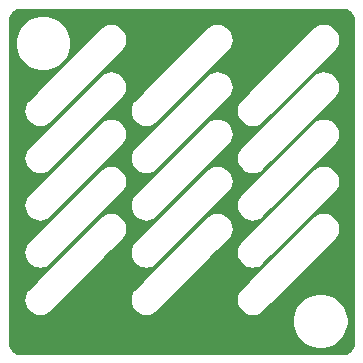
<source format=gbr>
G04 #@! TF.GenerationSoftware,KiCad,Pcbnew,5.1.0*
G04 #@! TF.CreationDate,2019-04-26T16:24:25+02:00*
G04 #@! TF.ProjectId,Dew-Sensor-Lid,4465772d-5365-46e7-936f-722d4c69642e,rev?*
G04 #@! TF.SameCoordinates,Original*
G04 #@! TF.FileFunction,Copper,L1,Top*
G04 #@! TF.FilePolarity,Positive*
%FSLAX46Y46*%
G04 Gerber Fmt 4.6, Leading zero omitted, Abs format (unit mm)*
G04 Created by KiCad (PCBNEW 5.1.0) date 2019-04-26 16:24:25*
%MOMM*%
%LPD*%
G04 APERTURE LIST*
%ADD10C,0.254000*%
G04 APERTURE END LIST*
D10*
G36*
X137897902Y-79503026D02*
G01*
X138040178Y-79545982D01*
X138171392Y-79615750D01*
X138286561Y-79709680D01*
X138381291Y-79824187D01*
X138451976Y-79954916D01*
X138495922Y-80096883D01*
X138515000Y-80278402D01*
X138515001Y-107714045D01*
X138496974Y-107897902D01*
X138454018Y-108040178D01*
X138384250Y-108171392D01*
X138290321Y-108286561D01*
X138175810Y-108381292D01*
X138045085Y-108451975D01*
X137903116Y-108495922D01*
X137721599Y-108515000D01*
X110285945Y-108515000D01*
X110102098Y-108496974D01*
X109959822Y-108454018D01*
X109828608Y-108384250D01*
X109713439Y-108290321D01*
X109618708Y-108175810D01*
X109548025Y-108045085D01*
X109504078Y-107903116D01*
X109485000Y-107721599D01*
X109485000Y-105565098D01*
X133365000Y-105565098D01*
X133365000Y-106034902D01*
X133456654Y-106495679D01*
X133636440Y-106929721D01*
X133897450Y-107320349D01*
X134229651Y-107652550D01*
X134620279Y-107913560D01*
X135054321Y-108093346D01*
X135515098Y-108185000D01*
X135984902Y-108185000D01*
X136445679Y-108093346D01*
X136879721Y-107913560D01*
X137270349Y-107652550D01*
X137602550Y-107320349D01*
X137863560Y-106929721D01*
X138043346Y-106495679D01*
X138135000Y-106034902D01*
X138135000Y-105565098D01*
X138043346Y-105104321D01*
X137863560Y-104670279D01*
X137602550Y-104279651D01*
X137270349Y-103947450D01*
X136879721Y-103686440D01*
X136445679Y-103506654D01*
X135984902Y-103415000D01*
X135515098Y-103415000D01*
X135054321Y-103506654D01*
X134620279Y-103686440D01*
X134229651Y-103947450D01*
X133897450Y-104279651D01*
X133636440Y-104670279D01*
X133456654Y-105104321D01*
X133365000Y-105565098D01*
X109485000Y-105565098D01*
X109485000Y-104005204D01*
X110603096Y-104005204D01*
X110629836Y-104276711D01*
X110709032Y-104537784D01*
X110837640Y-104778392D01*
X111010715Y-104989285D01*
X111221608Y-105162360D01*
X111462216Y-105290968D01*
X111723289Y-105370164D01*
X111994796Y-105396904D01*
X112266303Y-105370164D01*
X112527376Y-105290968D01*
X112767984Y-105162360D01*
X112926029Y-105032656D01*
X113953481Y-104005204D01*
X119603096Y-104005204D01*
X119629836Y-104276711D01*
X119709032Y-104537784D01*
X119837640Y-104778392D01*
X120010715Y-104989285D01*
X120221608Y-105162360D01*
X120462216Y-105290968D01*
X120723289Y-105370164D01*
X120994796Y-105396904D01*
X121266303Y-105370164D01*
X121527376Y-105290968D01*
X121767984Y-105162360D01*
X121926029Y-105032656D01*
X122953481Y-104005204D01*
X128603096Y-104005204D01*
X128629836Y-104276711D01*
X128709032Y-104537784D01*
X128837640Y-104778392D01*
X129010715Y-104989285D01*
X129221608Y-105162360D01*
X129462216Y-105290968D01*
X129723289Y-105370164D01*
X129994796Y-105396904D01*
X130266303Y-105370164D01*
X130527376Y-105290968D01*
X130767984Y-105162360D01*
X130926029Y-105032656D01*
X137032656Y-98926030D01*
X137162361Y-98767984D01*
X137290968Y-98527377D01*
X137370164Y-98266303D01*
X137396905Y-97994796D01*
X137370164Y-97723289D01*
X137290968Y-97462215D01*
X137162361Y-97221608D01*
X136989285Y-97010715D01*
X136778392Y-96837639D01*
X136537785Y-96709032D01*
X136276711Y-96629836D01*
X136005204Y-96603095D01*
X135733697Y-96629836D01*
X135472623Y-96709032D01*
X135232016Y-96837639D01*
X135073970Y-96967344D01*
X128967344Y-103073971D01*
X128837640Y-103232016D01*
X128709032Y-103472624D01*
X128629836Y-103733697D01*
X128603096Y-104005204D01*
X122953481Y-104005204D01*
X126953481Y-100005204D01*
X128603096Y-100005204D01*
X128629836Y-100276711D01*
X128709032Y-100537784D01*
X128837640Y-100778392D01*
X129010715Y-100989285D01*
X129221608Y-101162360D01*
X129462216Y-101290968D01*
X129723289Y-101370164D01*
X129994796Y-101396904D01*
X130266303Y-101370164D01*
X130527376Y-101290968D01*
X130767984Y-101162360D01*
X130926029Y-101032656D01*
X137032656Y-94926030D01*
X137162361Y-94767984D01*
X137290968Y-94527377D01*
X137370164Y-94266303D01*
X137396905Y-93994796D01*
X137370164Y-93723289D01*
X137290968Y-93462215D01*
X137162361Y-93221608D01*
X136989285Y-93010715D01*
X136778392Y-92837639D01*
X136537785Y-92709032D01*
X136276711Y-92629836D01*
X136005204Y-92603095D01*
X135733697Y-92629836D01*
X135472623Y-92709032D01*
X135232016Y-92837639D01*
X135073970Y-92967344D01*
X128967344Y-99073971D01*
X128837640Y-99232016D01*
X128709032Y-99472624D01*
X128629836Y-99733697D01*
X128603096Y-100005204D01*
X126953481Y-100005204D01*
X128032656Y-98926030D01*
X128162361Y-98767984D01*
X128290968Y-98527377D01*
X128370164Y-98266303D01*
X128396905Y-97994796D01*
X128370164Y-97723289D01*
X128290968Y-97462215D01*
X128162361Y-97221608D01*
X127989285Y-97010715D01*
X127778392Y-96837639D01*
X127537785Y-96709032D01*
X127276711Y-96629836D01*
X127005204Y-96603095D01*
X126733697Y-96629836D01*
X126472623Y-96709032D01*
X126232016Y-96837639D01*
X126073970Y-96967344D01*
X119967344Y-103073971D01*
X119837640Y-103232016D01*
X119709032Y-103472624D01*
X119629836Y-103733697D01*
X119603096Y-104005204D01*
X113953481Y-104005204D01*
X117953481Y-100005204D01*
X119603096Y-100005204D01*
X119629836Y-100276711D01*
X119709032Y-100537784D01*
X119837640Y-100778392D01*
X120010715Y-100989285D01*
X120221608Y-101162360D01*
X120462216Y-101290968D01*
X120723289Y-101370164D01*
X120994796Y-101396904D01*
X121266303Y-101370164D01*
X121527376Y-101290968D01*
X121767984Y-101162360D01*
X121926029Y-101032656D01*
X126953481Y-96005204D01*
X128603096Y-96005204D01*
X128629836Y-96276711D01*
X128709032Y-96537784D01*
X128837640Y-96778392D01*
X129010715Y-96989285D01*
X129221608Y-97162360D01*
X129462216Y-97290968D01*
X129723289Y-97370164D01*
X129994796Y-97396904D01*
X130266303Y-97370164D01*
X130527376Y-97290968D01*
X130767984Y-97162360D01*
X130926029Y-97032656D01*
X137032656Y-90926030D01*
X137162361Y-90767984D01*
X137290968Y-90527377D01*
X137370164Y-90266303D01*
X137396905Y-89994796D01*
X137370164Y-89723289D01*
X137290968Y-89462215D01*
X137162361Y-89221608D01*
X136989285Y-89010715D01*
X136778392Y-88837639D01*
X136537785Y-88709032D01*
X136276711Y-88629836D01*
X136005204Y-88603095D01*
X135733697Y-88629836D01*
X135472623Y-88709032D01*
X135232016Y-88837639D01*
X135073970Y-88967344D01*
X128967344Y-95073971D01*
X128837640Y-95232016D01*
X128709032Y-95472624D01*
X128629836Y-95733697D01*
X128603096Y-96005204D01*
X126953481Y-96005204D01*
X128032656Y-94926030D01*
X128162361Y-94767984D01*
X128290968Y-94527377D01*
X128370164Y-94266303D01*
X128396905Y-93994796D01*
X128370164Y-93723289D01*
X128290968Y-93462215D01*
X128162361Y-93221608D01*
X127989285Y-93010715D01*
X127778392Y-92837639D01*
X127537785Y-92709032D01*
X127276711Y-92629836D01*
X127005204Y-92603095D01*
X126733697Y-92629836D01*
X126472623Y-92709032D01*
X126232016Y-92837639D01*
X126073970Y-92967344D01*
X119967344Y-99073971D01*
X119837640Y-99232016D01*
X119709032Y-99472624D01*
X119629836Y-99733697D01*
X119603096Y-100005204D01*
X117953481Y-100005204D01*
X119032656Y-98926030D01*
X119162361Y-98767984D01*
X119290968Y-98527377D01*
X119370164Y-98266303D01*
X119396905Y-97994796D01*
X119370164Y-97723289D01*
X119290968Y-97462215D01*
X119162361Y-97221608D01*
X118989285Y-97010715D01*
X118778392Y-96837639D01*
X118537785Y-96709032D01*
X118276711Y-96629836D01*
X118005204Y-96603095D01*
X117733697Y-96629836D01*
X117472623Y-96709032D01*
X117232016Y-96837639D01*
X117073970Y-96967344D01*
X110967344Y-103073971D01*
X110837640Y-103232016D01*
X110709032Y-103472624D01*
X110629836Y-103733697D01*
X110603096Y-104005204D01*
X109485000Y-104005204D01*
X109485000Y-100005204D01*
X110603096Y-100005204D01*
X110629836Y-100276711D01*
X110709032Y-100537784D01*
X110837640Y-100778392D01*
X111010715Y-100989285D01*
X111221608Y-101162360D01*
X111462216Y-101290968D01*
X111723289Y-101370164D01*
X111994796Y-101396904D01*
X112266303Y-101370164D01*
X112527376Y-101290968D01*
X112767984Y-101162360D01*
X112926029Y-101032656D01*
X117953481Y-96005204D01*
X119603096Y-96005204D01*
X119629836Y-96276711D01*
X119709032Y-96537784D01*
X119837640Y-96778392D01*
X120010715Y-96989285D01*
X120221608Y-97162360D01*
X120462216Y-97290968D01*
X120723289Y-97370164D01*
X120994796Y-97396904D01*
X121266303Y-97370164D01*
X121527376Y-97290968D01*
X121767984Y-97162360D01*
X121926029Y-97032656D01*
X126953481Y-92005204D01*
X128603096Y-92005204D01*
X128629836Y-92276711D01*
X128709032Y-92537784D01*
X128837640Y-92778392D01*
X129010715Y-92989285D01*
X129221608Y-93162360D01*
X129462216Y-93290968D01*
X129723289Y-93370164D01*
X129994796Y-93396904D01*
X130266303Y-93370164D01*
X130527376Y-93290968D01*
X130767984Y-93162360D01*
X130926029Y-93032656D01*
X137032656Y-86926030D01*
X137162361Y-86767984D01*
X137290968Y-86527377D01*
X137370164Y-86266303D01*
X137396905Y-85994796D01*
X137370164Y-85723289D01*
X137290968Y-85462215D01*
X137162361Y-85221608D01*
X136989285Y-85010715D01*
X136778392Y-84837639D01*
X136537785Y-84709032D01*
X136276711Y-84629836D01*
X136005204Y-84603095D01*
X135733697Y-84629836D01*
X135472623Y-84709032D01*
X135232016Y-84837639D01*
X135073970Y-84967344D01*
X128967344Y-91073971D01*
X128837640Y-91232016D01*
X128709032Y-91472624D01*
X128629836Y-91733697D01*
X128603096Y-92005204D01*
X126953481Y-92005204D01*
X128032656Y-90926030D01*
X128162361Y-90767984D01*
X128290968Y-90527377D01*
X128370164Y-90266303D01*
X128396905Y-89994796D01*
X128370164Y-89723289D01*
X128290968Y-89462215D01*
X128162361Y-89221608D01*
X127989285Y-89010715D01*
X127778392Y-88837639D01*
X127537785Y-88709032D01*
X127276711Y-88629836D01*
X127005204Y-88603095D01*
X126733697Y-88629836D01*
X126472623Y-88709032D01*
X126232016Y-88837639D01*
X126073970Y-88967344D01*
X119967344Y-95073971D01*
X119837640Y-95232016D01*
X119709032Y-95472624D01*
X119629836Y-95733697D01*
X119603096Y-96005204D01*
X117953481Y-96005204D01*
X119032656Y-94926030D01*
X119162361Y-94767984D01*
X119290968Y-94527377D01*
X119370164Y-94266303D01*
X119396905Y-93994796D01*
X119370164Y-93723289D01*
X119290968Y-93462215D01*
X119162361Y-93221608D01*
X118989285Y-93010715D01*
X118778392Y-92837639D01*
X118537785Y-92709032D01*
X118276711Y-92629836D01*
X118005204Y-92603095D01*
X117733697Y-92629836D01*
X117472623Y-92709032D01*
X117232016Y-92837639D01*
X117073970Y-92967344D01*
X110967344Y-99073971D01*
X110837640Y-99232016D01*
X110709032Y-99472624D01*
X110629836Y-99733697D01*
X110603096Y-100005204D01*
X109485000Y-100005204D01*
X109485000Y-96005204D01*
X110603096Y-96005204D01*
X110629836Y-96276711D01*
X110709032Y-96537784D01*
X110837640Y-96778392D01*
X111010715Y-96989285D01*
X111221608Y-97162360D01*
X111462216Y-97290968D01*
X111723289Y-97370164D01*
X111994796Y-97396904D01*
X112266303Y-97370164D01*
X112527376Y-97290968D01*
X112767984Y-97162360D01*
X112926029Y-97032656D01*
X117953481Y-92005204D01*
X119603096Y-92005204D01*
X119629836Y-92276711D01*
X119709032Y-92537784D01*
X119837640Y-92778392D01*
X120010715Y-92989285D01*
X120221608Y-93162360D01*
X120462216Y-93290968D01*
X120723289Y-93370164D01*
X120994796Y-93396904D01*
X121266303Y-93370164D01*
X121527376Y-93290968D01*
X121767984Y-93162360D01*
X121926029Y-93032656D01*
X126953481Y-88005204D01*
X128603096Y-88005204D01*
X128629836Y-88276711D01*
X128709032Y-88537784D01*
X128837640Y-88778392D01*
X129010715Y-88989285D01*
X129221608Y-89162360D01*
X129462216Y-89290968D01*
X129723289Y-89370164D01*
X129994796Y-89396904D01*
X130266303Y-89370164D01*
X130527376Y-89290968D01*
X130767984Y-89162360D01*
X130926029Y-89032656D01*
X137032656Y-82926030D01*
X137162361Y-82767984D01*
X137290968Y-82527377D01*
X137370164Y-82266303D01*
X137396905Y-81994796D01*
X137370164Y-81723289D01*
X137290968Y-81462215D01*
X137162361Y-81221608D01*
X136989285Y-81010715D01*
X136778392Y-80837639D01*
X136537785Y-80709032D01*
X136276711Y-80629836D01*
X136005204Y-80603095D01*
X135733697Y-80629836D01*
X135472623Y-80709032D01*
X135232016Y-80837639D01*
X135073970Y-80967344D01*
X128967344Y-87073971D01*
X128837640Y-87232016D01*
X128709032Y-87472624D01*
X128629836Y-87733697D01*
X128603096Y-88005204D01*
X126953481Y-88005204D01*
X128032656Y-86926030D01*
X128162361Y-86767984D01*
X128290968Y-86527377D01*
X128370164Y-86266303D01*
X128396905Y-85994796D01*
X128370164Y-85723289D01*
X128290968Y-85462215D01*
X128162361Y-85221608D01*
X127989285Y-85010715D01*
X127778392Y-84837639D01*
X127537785Y-84709032D01*
X127276711Y-84629836D01*
X127005204Y-84603095D01*
X126733697Y-84629836D01*
X126472623Y-84709032D01*
X126232016Y-84837639D01*
X126073970Y-84967344D01*
X119967344Y-91073971D01*
X119837640Y-91232016D01*
X119709032Y-91472624D01*
X119629836Y-91733697D01*
X119603096Y-92005204D01*
X117953481Y-92005204D01*
X119032656Y-90926030D01*
X119162361Y-90767984D01*
X119290968Y-90527377D01*
X119370164Y-90266303D01*
X119396905Y-89994796D01*
X119370164Y-89723289D01*
X119290968Y-89462215D01*
X119162361Y-89221608D01*
X118989285Y-89010715D01*
X118778392Y-88837639D01*
X118537785Y-88709032D01*
X118276711Y-88629836D01*
X118005204Y-88603095D01*
X117733697Y-88629836D01*
X117472623Y-88709032D01*
X117232016Y-88837639D01*
X117073970Y-88967344D01*
X110967344Y-95073971D01*
X110837640Y-95232016D01*
X110709032Y-95472624D01*
X110629836Y-95733697D01*
X110603096Y-96005204D01*
X109485000Y-96005204D01*
X109485000Y-92005204D01*
X110603096Y-92005204D01*
X110629836Y-92276711D01*
X110709032Y-92537784D01*
X110837640Y-92778392D01*
X111010715Y-92989285D01*
X111221608Y-93162360D01*
X111462216Y-93290968D01*
X111723289Y-93370164D01*
X111994796Y-93396904D01*
X112266303Y-93370164D01*
X112527376Y-93290968D01*
X112767984Y-93162360D01*
X112926029Y-93032656D01*
X117953481Y-88005204D01*
X119603096Y-88005204D01*
X119629836Y-88276711D01*
X119709032Y-88537784D01*
X119837640Y-88778392D01*
X120010715Y-88989285D01*
X120221608Y-89162360D01*
X120462216Y-89290968D01*
X120723289Y-89370164D01*
X120994796Y-89396904D01*
X121266303Y-89370164D01*
X121527376Y-89290968D01*
X121767984Y-89162360D01*
X121926029Y-89032656D01*
X128032656Y-82926030D01*
X128162361Y-82767984D01*
X128290968Y-82527377D01*
X128370164Y-82266303D01*
X128396905Y-81994796D01*
X128370164Y-81723289D01*
X128290968Y-81462215D01*
X128162361Y-81221608D01*
X127989285Y-81010715D01*
X127778392Y-80837639D01*
X127537785Y-80709032D01*
X127276711Y-80629836D01*
X127005204Y-80603095D01*
X126733697Y-80629836D01*
X126472623Y-80709032D01*
X126232016Y-80837639D01*
X126073970Y-80967344D01*
X119967344Y-87073971D01*
X119837640Y-87232016D01*
X119709032Y-87472624D01*
X119629836Y-87733697D01*
X119603096Y-88005204D01*
X117953481Y-88005204D01*
X119032656Y-86926030D01*
X119162361Y-86767984D01*
X119290968Y-86527377D01*
X119370164Y-86266303D01*
X119396905Y-85994796D01*
X119370164Y-85723289D01*
X119290968Y-85462215D01*
X119162361Y-85221608D01*
X118989285Y-85010715D01*
X118778392Y-84837639D01*
X118537785Y-84709032D01*
X118276711Y-84629836D01*
X118005204Y-84603095D01*
X117733697Y-84629836D01*
X117472623Y-84709032D01*
X117232016Y-84837639D01*
X117073970Y-84967344D01*
X110967344Y-91073971D01*
X110837640Y-91232016D01*
X110709032Y-91472624D01*
X110629836Y-91733697D01*
X110603096Y-92005204D01*
X109485000Y-92005204D01*
X109485000Y-88005204D01*
X110603096Y-88005204D01*
X110629836Y-88276711D01*
X110709032Y-88537784D01*
X110837640Y-88778392D01*
X111010715Y-88989285D01*
X111221608Y-89162360D01*
X111462216Y-89290968D01*
X111723289Y-89370164D01*
X111994796Y-89396904D01*
X112266303Y-89370164D01*
X112527376Y-89290968D01*
X112767984Y-89162360D01*
X112926029Y-89032656D01*
X119032656Y-82926030D01*
X119162361Y-82767984D01*
X119290968Y-82527377D01*
X119370164Y-82266303D01*
X119396905Y-81994796D01*
X119370164Y-81723289D01*
X119290968Y-81462215D01*
X119162361Y-81221608D01*
X118989285Y-81010715D01*
X118778392Y-80837639D01*
X118537785Y-80709032D01*
X118276711Y-80629836D01*
X118005204Y-80603095D01*
X117733697Y-80629836D01*
X117472623Y-80709032D01*
X117232016Y-80837639D01*
X117073970Y-80967344D01*
X110967344Y-87073971D01*
X110837640Y-87232016D01*
X110709032Y-87472624D01*
X110629836Y-87733697D01*
X110603096Y-88005204D01*
X109485000Y-88005204D01*
X109485000Y-82065098D01*
X109865000Y-82065098D01*
X109865000Y-82534902D01*
X109956654Y-82995679D01*
X110136440Y-83429721D01*
X110397450Y-83820349D01*
X110729651Y-84152550D01*
X111120279Y-84413560D01*
X111554321Y-84593346D01*
X112015098Y-84685000D01*
X112484902Y-84685000D01*
X112945679Y-84593346D01*
X113379721Y-84413560D01*
X113770349Y-84152550D01*
X114102550Y-83820349D01*
X114363560Y-83429721D01*
X114543346Y-82995679D01*
X114635000Y-82534902D01*
X114635000Y-82065098D01*
X114543346Y-81604321D01*
X114363560Y-81170279D01*
X114102550Y-80779651D01*
X113770349Y-80447450D01*
X113379721Y-80186440D01*
X112945679Y-80006654D01*
X112484902Y-79915000D01*
X112015098Y-79915000D01*
X111554321Y-80006654D01*
X111120279Y-80186440D01*
X110729651Y-80447450D01*
X110397450Y-80779651D01*
X110136440Y-81170279D01*
X109956654Y-81604321D01*
X109865000Y-82065098D01*
X109485000Y-82065098D01*
X109485000Y-80285945D01*
X109503026Y-80102098D01*
X109545982Y-79959822D01*
X109615750Y-79828608D01*
X109709680Y-79713439D01*
X109824187Y-79618709D01*
X109954916Y-79548024D01*
X110096883Y-79504078D01*
X110278401Y-79485000D01*
X137714055Y-79485000D01*
X137897902Y-79503026D01*
X137897902Y-79503026D01*
G37*
X137897902Y-79503026D02*
X138040178Y-79545982D01*
X138171392Y-79615750D01*
X138286561Y-79709680D01*
X138381291Y-79824187D01*
X138451976Y-79954916D01*
X138495922Y-80096883D01*
X138515000Y-80278402D01*
X138515001Y-107714045D01*
X138496974Y-107897902D01*
X138454018Y-108040178D01*
X138384250Y-108171392D01*
X138290321Y-108286561D01*
X138175810Y-108381292D01*
X138045085Y-108451975D01*
X137903116Y-108495922D01*
X137721599Y-108515000D01*
X110285945Y-108515000D01*
X110102098Y-108496974D01*
X109959822Y-108454018D01*
X109828608Y-108384250D01*
X109713439Y-108290321D01*
X109618708Y-108175810D01*
X109548025Y-108045085D01*
X109504078Y-107903116D01*
X109485000Y-107721599D01*
X109485000Y-105565098D01*
X133365000Y-105565098D01*
X133365000Y-106034902D01*
X133456654Y-106495679D01*
X133636440Y-106929721D01*
X133897450Y-107320349D01*
X134229651Y-107652550D01*
X134620279Y-107913560D01*
X135054321Y-108093346D01*
X135515098Y-108185000D01*
X135984902Y-108185000D01*
X136445679Y-108093346D01*
X136879721Y-107913560D01*
X137270349Y-107652550D01*
X137602550Y-107320349D01*
X137863560Y-106929721D01*
X138043346Y-106495679D01*
X138135000Y-106034902D01*
X138135000Y-105565098D01*
X138043346Y-105104321D01*
X137863560Y-104670279D01*
X137602550Y-104279651D01*
X137270349Y-103947450D01*
X136879721Y-103686440D01*
X136445679Y-103506654D01*
X135984902Y-103415000D01*
X135515098Y-103415000D01*
X135054321Y-103506654D01*
X134620279Y-103686440D01*
X134229651Y-103947450D01*
X133897450Y-104279651D01*
X133636440Y-104670279D01*
X133456654Y-105104321D01*
X133365000Y-105565098D01*
X109485000Y-105565098D01*
X109485000Y-104005204D01*
X110603096Y-104005204D01*
X110629836Y-104276711D01*
X110709032Y-104537784D01*
X110837640Y-104778392D01*
X111010715Y-104989285D01*
X111221608Y-105162360D01*
X111462216Y-105290968D01*
X111723289Y-105370164D01*
X111994796Y-105396904D01*
X112266303Y-105370164D01*
X112527376Y-105290968D01*
X112767984Y-105162360D01*
X112926029Y-105032656D01*
X113953481Y-104005204D01*
X119603096Y-104005204D01*
X119629836Y-104276711D01*
X119709032Y-104537784D01*
X119837640Y-104778392D01*
X120010715Y-104989285D01*
X120221608Y-105162360D01*
X120462216Y-105290968D01*
X120723289Y-105370164D01*
X120994796Y-105396904D01*
X121266303Y-105370164D01*
X121527376Y-105290968D01*
X121767984Y-105162360D01*
X121926029Y-105032656D01*
X122953481Y-104005204D01*
X128603096Y-104005204D01*
X128629836Y-104276711D01*
X128709032Y-104537784D01*
X128837640Y-104778392D01*
X129010715Y-104989285D01*
X129221608Y-105162360D01*
X129462216Y-105290968D01*
X129723289Y-105370164D01*
X129994796Y-105396904D01*
X130266303Y-105370164D01*
X130527376Y-105290968D01*
X130767984Y-105162360D01*
X130926029Y-105032656D01*
X137032656Y-98926030D01*
X137162361Y-98767984D01*
X137290968Y-98527377D01*
X137370164Y-98266303D01*
X137396905Y-97994796D01*
X137370164Y-97723289D01*
X137290968Y-97462215D01*
X137162361Y-97221608D01*
X136989285Y-97010715D01*
X136778392Y-96837639D01*
X136537785Y-96709032D01*
X136276711Y-96629836D01*
X136005204Y-96603095D01*
X135733697Y-96629836D01*
X135472623Y-96709032D01*
X135232016Y-96837639D01*
X135073970Y-96967344D01*
X128967344Y-103073971D01*
X128837640Y-103232016D01*
X128709032Y-103472624D01*
X128629836Y-103733697D01*
X128603096Y-104005204D01*
X122953481Y-104005204D01*
X126953481Y-100005204D01*
X128603096Y-100005204D01*
X128629836Y-100276711D01*
X128709032Y-100537784D01*
X128837640Y-100778392D01*
X129010715Y-100989285D01*
X129221608Y-101162360D01*
X129462216Y-101290968D01*
X129723289Y-101370164D01*
X129994796Y-101396904D01*
X130266303Y-101370164D01*
X130527376Y-101290968D01*
X130767984Y-101162360D01*
X130926029Y-101032656D01*
X137032656Y-94926030D01*
X137162361Y-94767984D01*
X137290968Y-94527377D01*
X137370164Y-94266303D01*
X137396905Y-93994796D01*
X137370164Y-93723289D01*
X137290968Y-93462215D01*
X137162361Y-93221608D01*
X136989285Y-93010715D01*
X136778392Y-92837639D01*
X136537785Y-92709032D01*
X136276711Y-92629836D01*
X136005204Y-92603095D01*
X135733697Y-92629836D01*
X135472623Y-92709032D01*
X135232016Y-92837639D01*
X135073970Y-92967344D01*
X128967344Y-99073971D01*
X128837640Y-99232016D01*
X128709032Y-99472624D01*
X128629836Y-99733697D01*
X128603096Y-100005204D01*
X126953481Y-100005204D01*
X128032656Y-98926030D01*
X128162361Y-98767984D01*
X128290968Y-98527377D01*
X128370164Y-98266303D01*
X128396905Y-97994796D01*
X128370164Y-97723289D01*
X128290968Y-97462215D01*
X128162361Y-97221608D01*
X127989285Y-97010715D01*
X127778392Y-96837639D01*
X127537785Y-96709032D01*
X127276711Y-96629836D01*
X127005204Y-96603095D01*
X126733697Y-96629836D01*
X126472623Y-96709032D01*
X126232016Y-96837639D01*
X126073970Y-96967344D01*
X119967344Y-103073971D01*
X119837640Y-103232016D01*
X119709032Y-103472624D01*
X119629836Y-103733697D01*
X119603096Y-104005204D01*
X113953481Y-104005204D01*
X117953481Y-100005204D01*
X119603096Y-100005204D01*
X119629836Y-100276711D01*
X119709032Y-100537784D01*
X119837640Y-100778392D01*
X120010715Y-100989285D01*
X120221608Y-101162360D01*
X120462216Y-101290968D01*
X120723289Y-101370164D01*
X120994796Y-101396904D01*
X121266303Y-101370164D01*
X121527376Y-101290968D01*
X121767984Y-101162360D01*
X121926029Y-101032656D01*
X126953481Y-96005204D01*
X128603096Y-96005204D01*
X128629836Y-96276711D01*
X128709032Y-96537784D01*
X128837640Y-96778392D01*
X129010715Y-96989285D01*
X129221608Y-97162360D01*
X129462216Y-97290968D01*
X129723289Y-97370164D01*
X129994796Y-97396904D01*
X130266303Y-97370164D01*
X130527376Y-97290968D01*
X130767984Y-97162360D01*
X130926029Y-97032656D01*
X137032656Y-90926030D01*
X137162361Y-90767984D01*
X137290968Y-90527377D01*
X137370164Y-90266303D01*
X137396905Y-89994796D01*
X137370164Y-89723289D01*
X137290968Y-89462215D01*
X137162361Y-89221608D01*
X136989285Y-89010715D01*
X136778392Y-88837639D01*
X136537785Y-88709032D01*
X136276711Y-88629836D01*
X136005204Y-88603095D01*
X135733697Y-88629836D01*
X135472623Y-88709032D01*
X135232016Y-88837639D01*
X135073970Y-88967344D01*
X128967344Y-95073971D01*
X128837640Y-95232016D01*
X128709032Y-95472624D01*
X128629836Y-95733697D01*
X128603096Y-96005204D01*
X126953481Y-96005204D01*
X128032656Y-94926030D01*
X128162361Y-94767984D01*
X128290968Y-94527377D01*
X128370164Y-94266303D01*
X128396905Y-93994796D01*
X128370164Y-93723289D01*
X128290968Y-93462215D01*
X128162361Y-93221608D01*
X127989285Y-93010715D01*
X127778392Y-92837639D01*
X127537785Y-92709032D01*
X127276711Y-92629836D01*
X127005204Y-92603095D01*
X126733697Y-92629836D01*
X126472623Y-92709032D01*
X126232016Y-92837639D01*
X126073970Y-92967344D01*
X119967344Y-99073971D01*
X119837640Y-99232016D01*
X119709032Y-99472624D01*
X119629836Y-99733697D01*
X119603096Y-100005204D01*
X117953481Y-100005204D01*
X119032656Y-98926030D01*
X119162361Y-98767984D01*
X119290968Y-98527377D01*
X119370164Y-98266303D01*
X119396905Y-97994796D01*
X119370164Y-97723289D01*
X119290968Y-97462215D01*
X119162361Y-97221608D01*
X118989285Y-97010715D01*
X118778392Y-96837639D01*
X118537785Y-96709032D01*
X118276711Y-96629836D01*
X118005204Y-96603095D01*
X117733697Y-96629836D01*
X117472623Y-96709032D01*
X117232016Y-96837639D01*
X117073970Y-96967344D01*
X110967344Y-103073971D01*
X110837640Y-103232016D01*
X110709032Y-103472624D01*
X110629836Y-103733697D01*
X110603096Y-104005204D01*
X109485000Y-104005204D01*
X109485000Y-100005204D01*
X110603096Y-100005204D01*
X110629836Y-100276711D01*
X110709032Y-100537784D01*
X110837640Y-100778392D01*
X111010715Y-100989285D01*
X111221608Y-101162360D01*
X111462216Y-101290968D01*
X111723289Y-101370164D01*
X111994796Y-101396904D01*
X112266303Y-101370164D01*
X112527376Y-101290968D01*
X112767984Y-101162360D01*
X112926029Y-101032656D01*
X117953481Y-96005204D01*
X119603096Y-96005204D01*
X119629836Y-96276711D01*
X119709032Y-96537784D01*
X119837640Y-96778392D01*
X120010715Y-96989285D01*
X120221608Y-97162360D01*
X120462216Y-97290968D01*
X120723289Y-97370164D01*
X120994796Y-97396904D01*
X121266303Y-97370164D01*
X121527376Y-97290968D01*
X121767984Y-97162360D01*
X121926029Y-97032656D01*
X126953481Y-92005204D01*
X128603096Y-92005204D01*
X128629836Y-92276711D01*
X128709032Y-92537784D01*
X128837640Y-92778392D01*
X129010715Y-92989285D01*
X129221608Y-93162360D01*
X129462216Y-93290968D01*
X129723289Y-93370164D01*
X129994796Y-93396904D01*
X130266303Y-93370164D01*
X130527376Y-93290968D01*
X130767984Y-93162360D01*
X130926029Y-93032656D01*
X137032656Y-86926030D01*
X137162361Y-86767984D01*
X137290968Y-86527377D01*
X137370164Y-86266303D01*
X137396905Y-85994796D01*
X137370164Y-85723289D01*
X137290968Y-85462215D01*
X137162361Y-85221608D01*
X136989285Y-85010715D01*
X136778392Y-84837639D01*
X136537785Y-84709032D01*
X136276711Y-84629836D01*
X136005204Y-84603095D01*
X135733697Y-84629836D01*
X135472623Y-84709032D01*
X135232016Y-84837639D01*
X135073970Y-84967344D01*
X128967344Y-91073971D01*
X128837640Y-91232016D01*
X128709032Y-91472624D01*
X128629836Y-91733697D01*
X128603096Y-92005204D01*
X126953481Y-92005204D01*
X128032656Y-90926030D01*
X128162361Y-90767984D01*
X128290968Y-90527377D01*
X128370164Y-90266303D01*
X128396905Y-89994796D01*
X128370164Y-89723289D01*
X128290968Y-89462215D01*
X128162361Y-89221608D01*
X127989285Y-89010715D01*
X127778392Y-88837639D01*
X127537785Y-88709032D01*
X127276711Y-88629836D01*
X127005204Y-88603095D01*
X126733697Y-88629836D01*
X126472623Y-88709032D01*
X126232016Y-88837639D01*
X126073970Y-88967344D01*
X119967344Y-95073971D01*
X119837640Y-95232016D01*
X119709032Y-95472624D01*
X119629836Y-95733697D01*
X119603096Y-96005204D01*
X117953481Y-96005204D01*
X119032656Y-94926030D01*
X119162361Y-94767984D01*
X119290968Y-94527377D01*
X119370164Y-94266303D01*
X119396905Y-93994796D01*
X119370164Y-93723289D01*
X119290968Y-93462215D01*
X119162361Y-93221608D01*
X118989285Y-93010715D01*
X118778392Y-92837639D01*
X118537785Y-92709032D01*
X118276711Y-92629836D01*
X118005204Y-92603095D01*
X117733697Y-92629836D01*
X117472623Y-92709032D01*
X117232016Y-92837639D01*
X117073970Y-92967344D01*
X110967344Y-99073971D01*
X110837640Y-99232016D01*
X110709032Y-99472624D01*
X110629836Y-99733697D01*
X110603096Y-100005204D01*
X109485000Y-100005204D01*
X109485000Y-96005204D01*
X110603096Y-96005204D01*
X110629836Y-96276711D01*
X110709032Y-96537784D01*
X110837640Y-96778392D01*
X111010715Y-96989285D01*
X111221608Y-97162360D01*
X111462216Y-97290968D01*
X111723289Y-97370164D01*
X111994796Y-97396904D01*
X112266303Y-97370164D01*
X112527376Y-97290968D01*
X112767984Y-97162360D01*
X112926029Y-97032656D01*
X117953481Y-92005204D01*
X119603096Y-92005204D01*
X119629836Y-92276711D01*
X119709032Y-92537784D01*
X119837640Y-92778392D01*
X120010715Y-92989285D01*
X120221608Y-93162360D01*
X120462216Y-93290968D01*
X120723289Y-93370164D01*
X120994796Y-93396904D01*
X121266303Y-93370164D01*
X121527376Y-93290968D01*
X121767984Y-93162360D01*
X121926029Y-93032656D01*
X126953481Y-88005204D01*
X128603096Y-88005204D01*
X128629836Y-88276711D01*
X128709032Y-88537784D01*
X128837640Y-88778392D01*
X129010715Y-88989285D01*
X129221608Y-89162360D01*
X129462216Y-89290968D01*
X129723289Y-89370164D01*
X129994796Y-89396904D01*
X130266303Y-89370164D01*
X130527376Y-89290968D01*
X130767984Y-89162360D01*
X130926029Y-89032656D01*
X137032656Y-82926030D01*
X137162361Y-82767984D01*
X137290968Y-82527377D01*
X137370164Y-82266303D01*
X137396905Y-81994796D01*
X137370164Y-81723289D01*
X137290968Y-81462215D01*
X137162361Y-81221608D01*
X136989285Y-81010715D01*
X136778392Y-80837639D01*
X136537785Y-80709032D01*
X136276711Y-80629836D01*
X136005204Y-80603095D01*
X135733697Y-80629836D01*
X135472623Y-80709032D01*
X135232016Y-80837639D01*
X135073970Y-80967344D01*
X128967344Y-87073971D01*
X128837640Y-87232016D01*
X128709032Y-87472624D01*
X128629836Y-87733697D01*
X128603096Y-88005204D01*
X126953481Y-88005204D01*
X128032656Y-86926030D01*
X128162361Y-86767984D01*
X128290968Y-86527377D01*
X128370164Y-86266303D01*
X128396905Y-85994796D01*
X128370164Y-85723289D01*
X128290968Y-85462215D01*
X128162361Y-85221608D01*
X127989285Y-85010715D01*
X127778392Y-84837639D01*
X127537785Y-84709032D01*
X127276711Y-84629836D01*
X127005204Y-84603095D01*
X126733697Y-84629836D01*
X126472623Y-84709032D01*
X126232016Y-84837639D01*
X126073970Y-84967344D01*
X119967344Y-91073971D01*
X119837640Y-91232016D01*
X119709032Y-91472624D01*
X119629836Y-91733697D01*
X119603096Y-92005204D01*
X117953481Y-92005204D01*
X119032656Y-90926030D01*
X119162361Y-90767984D01*
X119290968Y-90527377D01*
X119370164Y-90266303D01*
X119396905Y-89994796D01*
X119370164Y-89723289D01*
X119290968Y-89462215D01*
X119162361Y-89221608D01*
X118989285Y-89010715D01*
X118778392Y-88837639D01*
X118537785Y-88709032D01*
X118276711Y-88629836D01*
X118005204Y-88603095D01*
X117733697Y-88629836D01*
X117472623Y-88709032D01*
X117232016Y-88837639D01*
X117073970Y-88967344D01*
X110967344Y-95073971D01*
X110837640Y-95232016D01*
X110709032Y-95472624D01*
X110629836Y-95733697D01*
X110603096Y-96005204D01*
X109485000Y-96005204D01*
X109485000Y-92005204D01*
X110603096Y-92005204D01*
X110629836Y-92276711D01*
X110709032Y-92537784D01*
X110837640Y-92778392D01*
X111010715Y-92989285D01*
X111221608Y-93162360D01*
X111462216Y-93290968D01*
X111723289Y-93370164D01*
X111994796Y-93396904D01*
X112266303Y-93370164D01*
X112527376Y-93290968D01*
X112767984Y-93162360D01*
X112926029Y-93032656D01*
X117953481Y-88005204D01*
X119603096Y-88005204D01*
X119629836Y-88276711D01*
X119709032Y-88537784D01*
X119837640Y-88778392D01*
X120010715Y-88989285D01*
X120221608Y-89162360D01*
X120462216Y-89290968D01*
X120723289Y-89370164D01*
X120994796Y-89396904D01*
X121266303Y-89370164D01*
X121527376Y-89290968D01*
X121767984Y-89162360D01*
X121926029Y-89032656D01*
X128032656Y-82926030D01*
X128162361Y-82767984D01*
X128290968Y-82527377D01*
X128370164Y-82266303D01*
X128396905Y-81994796D01*
X128370164Y-81723289D01*
X128290968Y-81462215D01*
X128162361Y-81221608D01*
X127989285Y-81010715D01*
X127778392Y-80837639D01*
X127537785Y-80709032D01*
X127276711Y-80629836D01*
X127005204Y-80603095D01*
X126733697Y-80629836D01*
X126472623Y-80709032D01*
X126232016Y-80837639D01*
X126073970Y-80967344D01*
X119967344Y-87073971D01*
X119837640Y-87232016D01*
X119709032Y-87472624D01*
X119629836Y-87733697D01*
X119603096Y-88005204D01*
X117953481Y-88005204D01*
X119032656Y-86926030D01*
X119162361Y-86767984D01*
X119290968Y-86527377D01*
X119370164Y-86266303D01*
X119396905Y-85994796D01*
X119370164Y-85723289D01*
X119290968Y-85462215D01*
X119162361Y-85221608D01*
X118989285Y-85010715D01*
X118778392Y-84837639D01*
X118537785Y-84709032D01*
X118276711Y-84629836D01*
X118005204Y-84603095D01*
X117733697Y-84629836D01*
X117472623Y-84709032D01*
X117232016Y-84837639D01*
X117073970Y-84967344D01*
X110967344Y-91073971D01*
X110837640Y-91232016D01*
X110709032Y-91472624D01*
X110629836Y-91733697D01*
X110603096Y-92005204D01*
X109485000Y-92005204D01*
X109485000Y-88005204D01*
X110603096Y-88005204D01*
X110629836Y-88276711D01*
X110709032Y-88537784D01*
X110837640Y-88778392D01*
X111010715Y-88989285D01*
X111221608Y-89162360D01*
X111462216Y-89290968D01*
X111723289Y-89370164D01*
X111994796Y-89396904D01*
X112266303Y-89370164D01*
X112527376Y-89290968D01*
X112767984Y-89162360D01*
X112926029Y-89032656D01*
X119032656Y-82926030D01*
X119162361Y-82767984D01*
X119290968Y-82527377D01*
X119370164Y-82266303D01*
X119396905Y-81994796D01*
X119370164Y-81723289D01*
X119290968Y-81462215D01*
X119162361Y-81221608D01*
X118989285Y-81010715D01*
X118778392Y-80837639D01*
X118537785Y-80709032D01*
X118276711Y-80629836D01*
X118005204Y-80603095D01*
X117733697Y-80629836D01*
X117472623Y-80709032D01*
X117232016Y-80837639D01*
X117073970Y-80967344D01*
X110967344Y-87073971D01*
X110837640Y-87232016D01*
X110709032Y-87472624D01*
X110629836Y-87733697D01*
X110603096Y-88005204D01*
X109485000Y-88005204D01*
X109485000Y-82065098D01*
X109865000Y-82065098D01*
X109865000Y-82534902D01*
X109956654Y-82995679D01*
X110136440Y-83429721D01*
X110397450Y-83820349D01*
X110729651Y-84152550D01*
X111120279Y-84413560D01*
X111554321Y-84593346D01*
X112015098Y-84685000D01*
X112484902Y-84685000D01*
X112945679Y-84593346D01*
X113379721Y-84413560D01*
X113770349Y-84152550D01*
X114102550Y-83820349D01*
X114363560Y-83429721D01*
X114543346Y-82995679D01*
X114635000Y-82534902D01*
X114635000Y-82065098D01*
X114543346Y-81604321D01*
X114363560Y-81170279D01*
X114102550Y-80779651D01*
X113770349Y-80447450D01*
X113379721Y-80186440D01*
X112945679Y-80006654D01*
X112484902Y-79915000D01*
X112015098Y-79915000D01*
X111554321Y-80006654D01*
X111120279Y-80186440D01*
X110729651Y-80447450D01*
X110397450Y-80779651D01*
X110136440Y-81170279D01*
X109956654Y-81604321D01*
X109865000Y-82065098D01*
X109485000Y-82065098D01*
X109485000Y-80285945D01*
X109503026Y-80102098D01*
X109545982Y-79959822D01*
X109615750Y-79828608D01*
X109709680Y-79713439D01*
X109824187Y-79618709D01*
X109954916Y-79548024D01*
X110096883Y-79504078D01*
X110278401Y-79485000D01*
X137714055Y-79485000D01*
X137897902Y-79503026D01*
M02*

</source>
